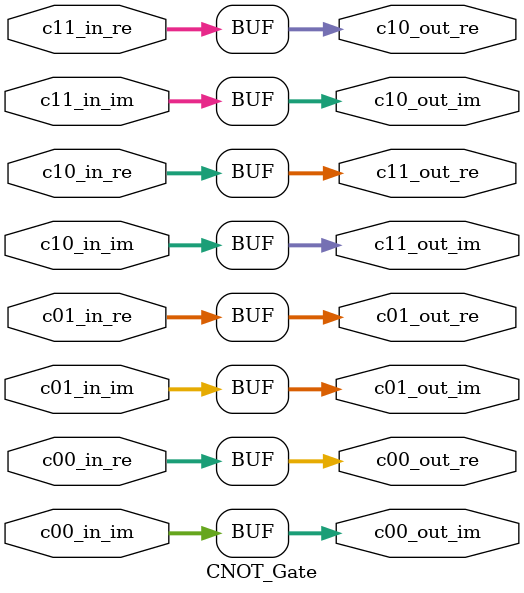
<source format=v>

module CNOT_Gate (
    input wire signed [15:0] c00_in_re, // |00> Real part
    input wire signed [15:0] c00_in_im, // |00> Imaginary part
    input wire signed [15:0] c01_in_re, // |01> Real part
    input wire signed [15:0] c01_in_im, // |01> Imaginary part
    input wire signed [15:0] c10_in_re, // |10> Real part
    input wire signed [15:0] c10_in_im, // |10> Imaginary part
    input wire signed [15:0] c11_in_re, // |11> Real part
    input wire signed [15:0] c11_in_im, // |11> Imaginary part

    output wire signed [15:0] c00_out_re,
    output wire signed [15:0] c00_out_im,
    output wire signed [15:0] c01_out_re,
    output wire signed [15:0] c01_out_im,
    output wire signed [15:0] c10_out_re,
    output wire signed [15:0] c10_out_im,
    output wire signed [15:0] c11_out_re,
    output wire signed [15:0] c11_out_im
);

    // If control qubit is |0> (c00 and c01), target qubit remains unchanged
    assign c00_out_re = c00_in_re;
    assign c00_out_im = c00_in_im;

    assign c01_out_re = c01_in_re;
    assign c01_out_im = c01_in_im;

    // If control qubit is |1> (c10 and c11), target qubit is flipped
    assign c10_out_re = c11_in_re; // |10> becomes |11>
    assign c10_out_im = c11_in_im;

    assign c11_out_re = c10_in_re; // |11> becomes |10>
    assign c11_out_im = c10_in_im;

endmodule


// Giải thích cho đoạn mã trên:
// 1. Cổng CNOT kiểm soát trạng thái của qubit mục tiêu dựa trên trạng thái của qubit điều khiển
// 2. Nếu qubit điều khiển ở trạng thái |0>, qubit mục tiêu không thay đổi
// 3. Nếu qubit điều khiển ở trạng thái |1>, qubit mục tiêu bị đảo ngược (áp dụng cổng X)
// 4. Kết quả là trạng thái mới của hai qubit sau khi áp dụng cổng CNOT
</source>
